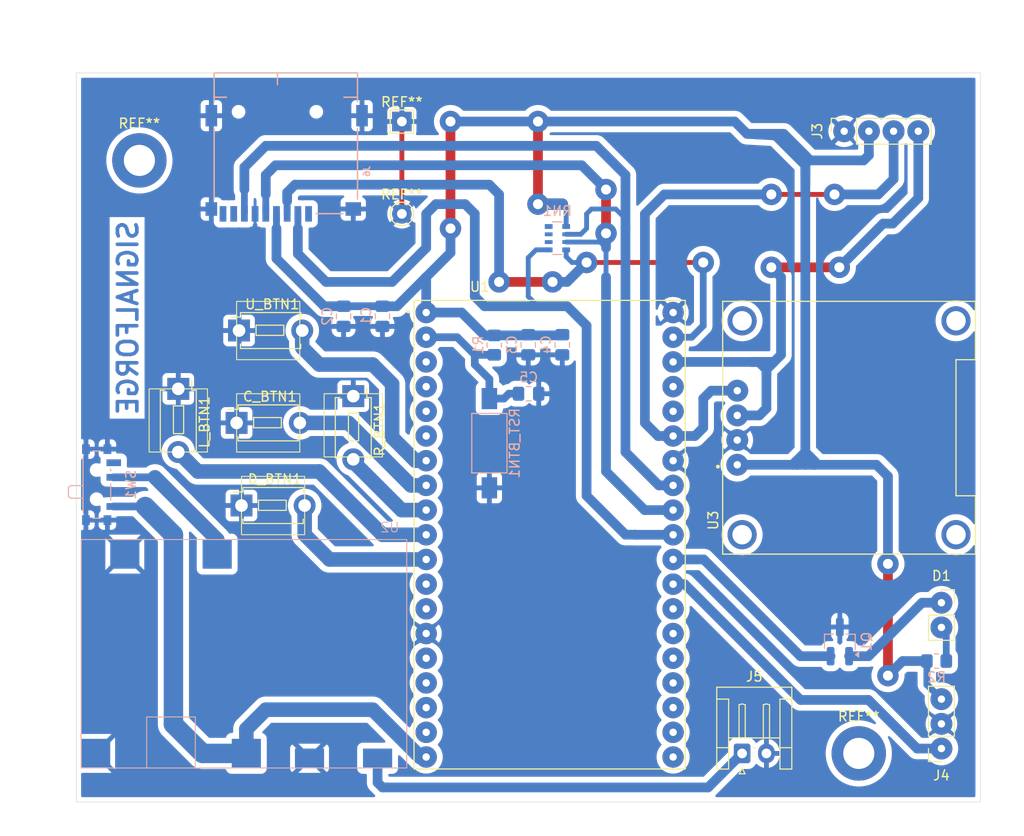
<source format=kicad_pcb>
(kicad_pcb (version 20240108) (generator "pcbnew") (generator_version "8.0")
  (layers (0 "F.Cu" signal) (31 "B.Cu" signal) (34 "B.Paste" user) (35 "F.Paste" user) (36 "B.SilkS" user "B.Silkscreen") (37 "F.SilkS" user "F.Silkscreen") (38 "B.Mask" user) (39 "F.Mask" user) (44 "Edge.Cuts" user))
  (net 0 "")
  (net 1 "GND")
  (net 2 "+3V3")
  (net 3 "/RESET")
  (net 4 "/C_BTN")
  (net 5 "Net-(D1-A)")
  (net 6 "Net-(D1-K)")
  (net 7 "/D_BTN")
  (net 8 "/HSPI_CS")
  (net 9 "/HSPI_CLK")
  (net 10 "/HSPI_MISO")
  (net 11 "/HSPI_MOSI")
  (net 12 "/IRQ")
  (net 13 "/RST")
  (net 14 "/SDA")
  (net 15 "/SCL")
  (net 16 "/IR_IN")
  (net 17 "+BATT")
  (net 19 "/VSPI_MOSI")
  (net 21 "/VSPI_MISO")
  (net 22 "/VSPI_CLK")
  (net 24 "/VSPI_CS")
  (net 25 "/L_BTN")
  (net 26 "/IR_OUT")
  (net 27 "/R_BTN")
  (net 28 "VCC")
  (net 29 "VBUS")
  (net 44 "/U_BTN")
  (footprint "Button_Switch_THT:SW_PUSH_1P1T_6x3.5mm_H5.0_APEM_MJTP1250" (layer "F.Cu") (at 184 86.5 -90)
    (property "Reference" "L_BTN1" (at 3.42 -2.7 90) (layer "F.SilkS"))
    (property "Value" "SW_Push")
    (pad "1" thru_hole rect (at 0 0) (size 2.25 2.25) (drill 1.3) (layers "*.Cu" "*.Mask") (net 1 "GND"))
    (pad "2" thru_hole circle (at 6.5 0) (size 2.25 2.25) (drill 1.3) (layers "*.Cu" "*.Mask") (net 25 "/L_BTN"))
  )
  (footprint "TestPoint:TestPoint_THTPad_2.0x2.0mm_Drill1.0mm" (layer "F.Cu") (at 207 59)
    (property "Reference" "REF**" (at 0 -1.998 0) (layer "F.SilkS"))
    (property "Value" "TestPoint_THTPad_2.0x2.0mm_Drill1.0mm")
    (pad "1" thru_hole rect (at 0 0) (size 2 2) (drill 1) (layers "*.Cu" "*.Mask") (net 1 "GND"))
  )
  (footprint "DM-OLED096-636:MODULE_DM-OLED096-636" (layer "F.Cu") (at 253 90.5 90)
    (property "Reference" "U3" (at -9.525 -13.97 90) (layer "F.SilkS"))
    (property "Value" "DM-OLED096-636")
    (pad "1" thru_hole circle (at -3.81 -11.5 90) (size 2.25 2.25) (drill 0.762) (layers "*.Cu" "*.Mask") (net 2 "+3V3"))
    (pad "2" thru_hole circle (at -1.27 -11.5 90) (size 2.25 2.25) (drill 0.762) (layers "*.Cu" "*.Mask") (net 1 "GND"))
    (pad "3" thru_hole circle (at 1.27 -11.5 90) (size 2.25 2.25) (drill 0.762) (layers "*.Cu" "*.Mask") (net 15 "/SCL"))
    (pad "4" thru_hole circle (at 3.81 -11.5 90) (size 2.25 2.25) (drill 0.762) (layers "*.Cu" "*.Mask") (net 14 "/SDA"))
    (pad "S1" thru_hole circle (at -11 -11 90) (size 3 3) (drill 2) (layers "*.Cu" "*.Mask"))
    (pad "S2" thru_hole circle (at 11 -11 90) (size 3 3) (drill 2) (layers "*.Cu" "*.Mask"))
    (pad "S3" thru_hole circle (at 11 11 90) (size 3 3) (drill 2) (layers "*.Cu" "*.Mask"))
    (pad "S4" thru_hole circle (at -11 11 90) (size 3 3) (drill 2) (layers "*.Cu" "*.Mask"))
  )
  (footprint "Button_Switch_THT:SW_PUSH_1P1T_6x3.5mm_H5.0_APEM_MJTP1250" (layer "F.Cu") (at 190 90)
    (property "Reference" "C_BTN1" (at 3.42 -2.7 0) (layer "F.SilkS"))
    (property "Value" "SW_Push")
    (pad "1" thru_hole rect (at 0 0 90) (size 2.25 2.25) (drill 1.3) (layers "*.Cu" "*.Mask") (net 1 "GND"))
    (pad "2" thru_hole circle (at 6.5 0 90) (size 2.25 2.25) (drill 1.3) (layers "*.Cu" "*.Mask") (net 4 "/C_BTN"))
  )
  (footprint "Button_Switch_THT:SW_PUSH_1P1T_6x3.5mm_H5.0_APEM_MJTP1250" (layer "F.Cu") (at 202 87.25 -90)
    (property "Reference" "R_BTN1" (at 3.42 -2.7 90) (layer "F.SilkS"))
    (property "Value" "SW_Push")
    (pad "1" thru_hole rect (at 0 0) (size 2.25 2.25) (drill 1.3) (layers "*.Cu" "*.Mask") (net 1 "GND"))
    (pad "2" thru_hole circle (at 6.5 0) (size 2.25 2.25) (drill 1.3) (layers "*.Cu" "*.Mask") (net 27 "/R_BTN"))
  )
  (footprint "Button_Switch_THT:SW_PUSH_1P1T_6x3.5mm_H5.0_APEM_MJTP1250" (layer "F.Cu") (at 190.5 98.5)
    (property "Reference" "D_BTN1" (at 3.42 -2.7 0) (layer "F.SilkS"))
    (property "Value" "SW_Push")
    (pad "1" thru_hole rect (at 0 0 90) (size 2.25 2.25) (drill 1.3) (layers "*.Cu" "*.Mask") (net 1 "GND"))
    (pad "2" thru_hole circle (at 6.5 0 90) (size 2.25 2.25) (drill 1.3) (layers "*.Cu" "*.Mask") (net 7 "/D_BTN"))
  )
  (footprint "Connector_JST:JST_EH_S2B-EH_1x02_P2.50mm_Horizontal" (layer "F.Cu") (at 242 124)
    (property "Reference" "J5" (at 1.25 -7.9 0) (layer "F.SilkS"))
    (property "Value" "BATTERY")
    (pad "1" thru_hole roundrect (at 0 0) (size 1.7 2) (drill 1) (layers "*.Cu" "*.Mask") (roundrect_rratio 0.147059) (net 17 "+BATT"))
    (pad "2" thru_hole oval (at 2.5 0) (size 1.7 2) (drill 1) (layers "*.Cu" "*.Mask") (net 1 "GND"))
  )
  (footprint "ESP32-DEVKITC-32U:MODULE_ESP32-DEVKITC-32U" (layer "F.Cu") (at 222.2 101.5)
    (property "Reference" "U1" (at -7.2 -25.5 0) (layer "F.SilkS"))
    (property "Value" "ESP32-DEVKITC-32U")
    (pad "1" thru_hole circle (at -12.7 -22.85) (size 2.2 2.2) (drill 0.762) (layers "*.Cu" "*.Mask") (net 2 "+3V3"))
    (pad "2" thru_hole circle (at -12.7 -20.31) (size 2.2 2.2) (drill 0.762) (layers "*.Cu" "*.Mask") (net 3 "/RESET"))
    (pad "3" thru_hole circle (at -12.7 -17.77) (size 2.2 2.2) (drill 0.762) (layers "*.Cu" "*.Mask"))
    (pad "4" thru_hole circle (at -12.7 -15.23) (size 2.2 2.2) (drill 0.762) (layers "*.Cu" "*.Mask"))
    (pad "5" thru_hole circle (at -12.7 -12.69) (size 2.2 2.2) (drill 0.762) (layers "*.Cu" "*.Mask"))
    (pad "6" thru_hole circle (at -12.7 -10.15) (size 2.2 2.2) (drill 0.762) (layers "*.Cu" "*.Mask"))
    (pad "7" thru_hole circle (at -12.7 -7.61) (size 2.2 2.2) (drill 0.762) (layers "*.Cu" "*.Mask") (net 44 "/U_BTN"))
    (pad "8" thru_hole circle (at -12.7 -5.07) (size 2.2 2.2) (drill 0.762) (layers "*.Cu" "*.Mask") (net 4 "/C_BTN"))
    (pad "9" thru_hole circle (at -12.7 -2.53) (size 2.2 2.2) (drill 0.762) (layers "*.Cu" "*.Mask") (net 27 "/R_BTN"))
    (pad "10" thru_hole circle (at -12.7 0.01) (size 2.2 2.2) (drill 0.762) (layers "*.Cu" "*.Mask") (net 25 "/L_BTN"))
    (pad "11" thru_hole circle (at -12.7 2.55) (size 2.2 2.2) (drill 0.762) (layers "*.Cu" "*.Mask") (net 7 "/D_BTN"))
    (pad "12" thru_hole circle (at -12.7 5.09) (size 2.2 2.2) (drill 0.762) (layers "*.Cu" "*.Mask") (net 9 "/HSPI_CLK"))
    (pad "13" thru_hole circle (at -12.7 7.63) (size 2.2 2.2) (drill 0.762) (layers "*.Cu" "*.Mask") (net 10 "/HSPI_MISO"))
    (pad "14" thru_hole circle (at -12.7 10.17) (size 2.2 2.2) (drill 0.762) (layers "*.Cu" "*.Mask") (net 1 "GND"))
    (pad "15" thru_hole circle (at -12.7 12.71) (size 2.2 2.2) (drill 0.762) (layers "*.Cu" "*.Mask") (net 11 "/HSPI_MOSI"))
    (pad "16" thru_hole circle (at -12.7 15.25) (size 2.2 2.2) (drill 0.762) (layers "*.Cu" "*.Mask"))
    (pad "17" thru_hole circle (at -12.7 17.79) (size 2.2 2.2) (drill 0.762) (layers "*.Cu" "*.Mask"))
    (pad "18" thru_hole circle (at -12.7 20.33) (size 2.2 2.2) (drill 0.762) (layers "*.Cu" "*.Mask"))
    (pad "19" thru_hole circle (at -12.7 22.87) (size 2.2 2.2) (drill 0.762) (layers "*.Cu" "*.Mask") (net 28 "VCC"))
    (pad "20" thru_hole circle (at 12.7 22.87) (size 2.2 2.2) (drill 0.762) (layers "*.Cu" "*.Mask"))
    (pad "21" thru_hole circle (at 12.7 20.33) (size 2.2 2.2) (drill 0.762) (layers "*.Cu" "*.Mask"))
    (pad "22" thru_hole circle (at 12.7 17.79) (size 2.2 2.2) (drill 0.762) (layers "*.Cu" "*.Mask"))
    (pad "23" thru_hole circle (at 12.7 15.25) (size 2.2 2.2) (drill 0.762) (layers "*.Cu" "*.Mask") (net 8 "/HSPI_CS"))
    (pad "24" thru_hole circle (at 12.7 12.71) (size 2.2 2.2) (drill 0.762) (layers "*.Cu" "*.Mask"))
    (pad "25" thru_hole circle (at 12.7 10.17) (size 2.2 2.2) (drill 0.762) (layers "*.Cu" "*.Mask") (net 13 "/RST"))
    (pad "26" thru_hole circle (at 12.7 7.63) (size 2.2 2.2) (drill 0.762) (layers "*.Cu" "*.Mask") (net 12 "/IRQ"))
    (pad "27" thru_hole circle (at 12.7 5.09) (size 2.2 2.2) (drill 0.762) (layers "*.Cu" "*.Mask") (net 16 "/IR_IN"))
    (pad "28" thru_hole circle (at 12.7 2.55) (size 2.2 2.2) (drill 0.762) (layers "*.Cu" "*.Mask") (net 26 "/IR_OUT"))
    (pad "29" thru_hole circle (at 12.7 0.01) (size 2.2 2.2) (drill 0.762) (layers "*.Cu" "*.Mask") (net 24 "/VSPI_CS"))
    (pad "30" thru_hole circle (at 12.7 -2.53) (size 2.2 2.2) (drill 0.762) (layers "*.Cu" "*.Mask") (net 22 "/VSPI_CLK"))
    (pad "31" thru_hole circle (at 12.7 -5.07) (size 2.2 2.2) (drill 0.762) (layers "*.Cu" "*.Mask") (net 21 "/VSPI_MISO"))
    (pad "32" thru_hole circle (at 12.7 -7.61) (size 2.2 2.2) (drill 0.762) (layers "*.Cu" "*.Mask") (net 1 "GND"))
    (pad "33" thru_hole circle (at 12.7 -10.15) (size 2.2 2.2) (drill 0.762) (layers "*.Cu" "*.Mask") (net 14 "/SDA"))
    (pad "34" thru_hole circle (at 12.7 -12.69) (size 2.2 2.2) (drill 0.762) (layers "*.Cu" "*.Mask"))
    (pad "35" thru_hole circle (at 12.7 -15.23) (size 2.2 2.2) (drill 0.762) (layers "*.Cu" "*.Mask"))
    (pad "36" thru_hole circle (at 12.7 -17.77) (size 2.2 2.2) (drill 0.762) (layers "*.Cu" "*.Mask") (net 15 "/SCL"))
    (pad "37" thru_hole circle (at 12.7 -20.31) (size 2.2 2.2) (drill 0.762) (layers "*.Cu" "*.Mask") (net 19 "/VSPI_MOSI"))
    (pad "38" thru_hole circle (at 12.7 -22.85) (size 2.2 2.2) (drill 0.762) (layers "*.Cu" "*.Mask") (net 1 "GND"))
  )
  (footprint "TestPoint:TestPoint_THTPad_D2.0mm_Drill1.0mm" (layer "F.Cu") (at 207 68.5)
    (property "Reference" "REF**" (at 0 -1.998 0) (layer "F.SilkS"))
    (property "Value" "TestPoint_THTPad_D2.0mm_Drill1.0mm")
    (pad "1" thru_hole circle (at 0 0) (size 2 2) (drill 1) (layers "*.Cu" "*.Mask") (net 1 "GND"))
  )
  (footprint "MountingHole:MountingHole_3.2mm_M3_DIN965_Pad" (layer "F.Cu") (at 180 63)
    (property "Reference" "REF**" (at 0 -3.8 0) (layer "F.SilkS"))
    (property "Value" "MountingHole_3.2mm_M3_DIN965_Pad")
    (pad "1" thru_hole circle (at 0 0) (size 5.6 5.6) (drill 3.2) (layers "*.Cu" "*.Mask"))
  )
  (footprint "Connector_PinSocket_2.54mm:PinSocket_1x02_P2.54mm_Vertical" (layer "F.Cu") (at 262.5 108.5)
    (property "Reference" "D1" (at 0 -2.77 0) (layer "F.SilkS"))
    (property "Value" "IR_TX")
    (pad "1" thru_hole circle (at 0 0) (size 2.25 2.25) (drill 0.762) (layers "*.Cu" "*.Mask") (net 6 "Net-(D1-K)"))
    (pad "2" thru_hole circle (at 0 2.54) (size 2.25 2.25) (drill 0.762) (layers "*.Cu" "*.Mask") (net 5 "Net-(D1-A)"))
  )
  (footprint "MountingHole:MountingHole_3.2mm_M3_DIN965_Pad" (layer "F.Cu") (at 254 124)
    (property "Reference" "REF**" (at 0 -3.8 0) (layer "F.SilkS"))
    (property "Value" "MountingHole_3.2mm_M3_DIN965_Pad")
    (pad "1" thru_hole circle (at 0 0) (size 5.6 5.6) (drill 3.2) (layers "*.Cu" "*.Mask"))
  )
  (footprint "Connector_PinSocket_2.54mm:PinSocket_1x03_P2.54mm_Vertical" (layer "F.Cu") (at 262.5 123.5 180)
    (property "Reference" "J4" (at 0 -2.77 0) (layer "F.SilkS"))
    (property "Value" "Conn_01x03_Socket")
    (pad "1" thru_hole circle (at 0 0 180) (size 2.25 2.25) (drill 0.762) (layers "*.Cu" "*.Mask") (net 16 "/IR_IN"))
    (pad "2" thru_hole circle (at 0 2.54 180) (size 2.25 2.25) (drill 0.762) (layers "*.Cu" "*.Mask") (net 1 "GND"))
    (pad "3" thru_hole circle (at 0 5.08 180) (size 2.25 2.25) (drill 0.762) (layers "*.Cu" "*.Mask") (net 2 "+3V3"))
  )
  (footprint "Connector_PinSocket_2.54mm:PinSocket_1x04_P2.54mm_Vertical" (layer "F.Cu") (at 252.5 60 90)
    (property "Reference" "J3" (at 0 -2.77 90) (layer "F.SilkS"))
    (property "Value" "I2C_PINOUT")
    (pad "1" thru_hole circle (at 0 0 90) (size 2.25 2.25) (drill 0.762) (layers "*.Cu" "*.Mask") (net 1 "GND"))
    (pad "2" thru_hole circle (at 0 2.54 90) (size 2.25 2.25) (drill 0.762) (layers "*.Cu" "*.Mask") (net 2 "+3V3"))
    (pad "3" thru_hole circle (at 0 5.08 90) (size 2.25 2.25) (drill 0.762) (layers "*.Cu" "*.Mask") (net 14 "/SDA"))
    (pad "4" thru_hole circle (at 0 7.62 90) (size 2.25 2.25) (drill 0.762) (layers "*.Cu" "*.Mask") (net 15 "/SCL"))
  )
  (footprint "Button_Switch_THT:SW_PUSH_1P1T_6x3.5mm_H5.0_APEM_MJTP1250" (layer "F.Cu") (at 190.25 80.5)
    (property "Reference" "U_BTN1" (at 3.42 -2.7 0) (layer "F.SilkS"))
    (property "Value" "SW_Push")
    (pad "1" thru_hole rect (at 0 0 90) (size 2.25 2.25) (drill 1.3) (layers "*.Cu" "*.Mask") (net 1 "GND"))
    (pad "2" thru_hole circle (at 6.5 0 90) (size 2.25 2.25) (drill 1.3) (layers "*.Cu" "*.Mask") (net 44 "/U_BTN"))
  )
  (footprint "Community:J_SD_Card-micro_socket_A" (layer "B.Cu") (at 194.184968 61.478145 180)
    (property "Reference" "J6" (at -9.201432 -2.644855 90) (layer "B.SilkS") (effects (font (size 0.64 0.64)) (justify mirror)))
    (property "Value" "Micro_SD_Card_Det1" (hide yes))
    (pad "" np_thru_hole circle (at -4.015032 3.478145 180) (size 0.9 0.9) (drill 0.9) (layers "*.Cu" "*.Mask"))
    (pad "" np_thru_hole circle (at 3.984968 3.478145 180) (size 0.9 0.9) (drill 0.9) (layers "*.Cu" "*.Mask"))
    (pad "1" smd rect (at -3.215032 -7.021855 180) (size 0.7 1.6) (layers "B.Cu" "B.Paste" "B.Mask"))
    (pad "2" smd rect (at -2.115032 -7.021855 180) (size 0.7 1.6) (layers "B.Cu" "B.Paste" "B.Mask") (net 24 "/VSPI_CS"))
    (pad "3" smd rect (at -1.015032 -7.021855 180) (size 0.7 1.6) (layers "B.Cu" "B.Paste" "B.Mask") (net 19 "/VSPI_MOSI"))
    (pad "4" smd rect (at 0.084968 -7.021855 180) (size 0.7 1.6) (layers "B.Cu" "B.Paste" "B.Mask") (net 2 "+3V3"))
    (pad "5" smd rect (at 1.184968 -7.021855 180) (size 0.7 1.6) (layers "B.Cu" "B.Paste" "B.Mask") (net 22 "/VSPI_CLK"))
    (pad "6" smd rect (at 2.284968 -7.021855 180) (size 0.7 1.6) (layers "B.Cu" "B.Paste" "B.Mask") (net 1 "GND"))
    (pad "7" smd rect (at 3.384968 -7.021855 180) (size 0.7 1.6) (layers "B.Cu" "B.Paste" "B.Mask") (net 21 "/VSPI_MISO"))
    (pad "8" smd rect (at 4.484968 -7.021855 180) (size 0.7 1.6) (layers "B.Cu" "B.Paste" "B.Mask"))
    (pad "9" smd rect (at 5.584968 -7.021855 180) (size 0.7 1.6) (layers "B.Cu" "B.Paste" "B.Mask"))
    (pad "10" smd rect (at -8.715032 3.078145 180) (size 1.2 2.2) (layers "B.Cu" "B.Paste" "B.Mask") (net 1 "GND"))
    (pad "10" smd rect (at -7.815032 -6.521855 180) (size 1.6 1.4) (layers "B.Cu" "B.Paste" "B.Mask") (net 1 "GND"))
    (pad "10" smd rect (at 6.784968 -6.521855 180) (size 1.2 1.4) (layers "B.Cu" "B.Paste" "B.Mask") (net 1 "GND"))
    (pad "10" smd rect (at 6.784968 3.078145 180) (size 1.2 2.2) (layers "B.Cu" "B.Paste" "B.Mask") (net 1 "GND"))
  )
  (footprint "Capacitor_SMD:C_0805_2012Metric_Pad1.18x1.45mm_HandSolder" (layer "B.Cu") (at 201 79.0375 -90)
    (property "Reference" "C2" (at 0 1.68 90) (layer "B.SilkS") (effects (justify mirror)))
    (property "Value" "0.1uF")
    (pad "1" smd roundrect (at -1.0375 0 270) (size 1.175 1.45) (layers "B.Cu" "B.Paste" "B.Mask") (roundrect_rratio 0.212766) (net 2 "+3V3"))
    (pad "2" smd roundrect (at 1.0375 0 270) (size 1.175 1.45) (layers "B.Cu" "B.Paste" "B.Mask") (roundrect_rratio 0.212766) (net 1 "GND"))
  )
  (footprint "Capacitor_SMD:C_0805_2012Metric_Pad1.18x1.45mm_HandSolder" (layer "B.Cu") (at 223.5 81.9625 -90)
    (property "Reference" "C4" (at 0 1.68 90) (layer "B.SilkS") (effects (justify mirror)))
    (property "Value" "10uF")
    (pad "1" smd roundrect (at -1.0375 0 270) (size 1.175 1.45) (layers "B.Cu" "B.Paste" "B.Mask") (roundrect_rratio 0.212766) (net 2 "+3V3"))
    (pad "2" smd roundrect (at 1.0375 0 270) (size 1.175 1.45) (layers "B.Cu" "B.Paste" "B.Mask") (roundrect_rratio 0.212766) (net 1 "GND"))
  )
  (footprint "Resistor_SMD:R_0805_2012Metric_Pad1.20x1.40mm_HandSolder" (layer "B.Cu") (at 262 114.5)
    (property "Reference" "R2" (at 0 1.65 0) (layer "B.SilkS") (effects (justify mirror)))
    (property "Value" "1k")
    (pad "1" smd roundrect (at -1 0) (size 1.2 1.4) (layers "B.Cu" "B.Paste" "B.Mask") (roundrect_rratio 0.208333) (net 2 "+3V3"))
    (pad "2" smd roundrect (at 1 0) (size 1.2 1.4) (layers "B.Cu" "B.Paste" "B.Mask") (roundrect_rratio 0.208333) (net 5 "Net-(D1-A)"))
  )
  (footprint "Capacitor_SMD:C_0805_2012Metric_Pad1.18x1.45mm_HandSolder" (layer "B.Cu") (at 220.0375 87 180)
    (property "Reference" "C5" (at 0 1.68 0) (layer "B.SilkS") (effects (justify mirror)))
    (property "Value" "0.1uF")
    (pad "1" smd roundrect (at -1.0375 0 180) (size 1.175 1.45) (layers "B.Cu" "B.Paste" "B.Mask") (roundrect_rratio 0.212766) (net 1 "GND"))
    (pad "2" smd roundrect (at 1.0375 0 180) (size 1.175 1.45) (layers "B.Cu" "B.Paste" "B.Mask") (roundrect_rratio 0.212766) (net 3 "/RESET"))
  )
  (footprint "Resistor_SMD:R_Array_Convex_4x0603" (layer "B.Cu") (at 223 71 180)
    (property "Reference" "RN1" (at 0 2.8 0) (layer "B.SilkS") (effects (justify mirror)))
    (property "Value" "20k")
    (pad "1" smd rect (at -0.9 1.2 180) (size 0.8 0.5) (layers "B.Cu" "B.Paste" "B.Mask") (net 2 "+3V3"))
    (pad "2" smd rect (at -0.9 0.4 180) (size 0.8 0.4) (layers "B.Cu" "B.Paste" "B.Mask") (net 21 "/VSPI_MISO"))
    (pad "3" smd rect (at -0.9 -0.4 180) (size 0.8 0.4) (layers "B.Cu" "B.Paste" "B.Mask") (net 22 "/VSPI_CLK"))
    (pad "4" smd rect (at -0.9 -1.2 180) (size 0.8 0.5) (layers "B.Cu" "B.Paste" "B.Mask") (net 19 "/VSPI_MOSI"))
    (pad "5" smd rect (at 0.9 -1.2 180) (size 0.8 0.5) (layers "B.Cu" "B.Paste" "B.Mask") (net 24 "/VSPI_CS"))
    (pad "6" smd rect (at 0.9 -0.4 180) (size 0.8 0.4) (layers "B.Cu" "B.Paste" "B.Mask"))
    (pad "7" smd rect (at 0.9 0.4 180) (size 0.8 0.4) (layers "B.Cu" "B.Paste" "B.Mask"))
    (pad "8" smd rect (at 0.9 1.2 180) (size 0.8 0.5) (layers "B.Cu" "B.Paste" "B.Mask"))
  )
  (footprint "Resistor_SMD:R_0805_2012Metric_Pad1.20x1.40mm_HandSolder" (layer "B.Cu") (at 216.5 82 -90)
    (property "Reference" "R1" (at 0 1.65 90) (layer "B.SilkS") (effects (justify mirror)))
    (property "Value" "1k")
    (pad "1" smd roundrect (at -1 0 270) (size 1.2 1.4) (layers "B.Cu" "B.Paste" "B.Mask") (roundrect_rratio 0.208333) (net 2 "+3V3"))
    (pad "2" smd roundrect (at 1 0 270) (size 1.2 1.4) (layers "B.Cu" "B.Paste" "B.Mask") (roundrect_rratio 0.208333) (net 3 "/RESET"))
  )
  (footprint "Button_Switch_SMD:SW_SPDT_PCM12" (layer "B.Cu") (at 175.93 96.35 90)
    (property "Reference" "SW1" (at 0 3.2 90) (layer "B.SilkS") (effects (justify mirror)))
    (property "Value" "SW_SPDT")
    (pad "" smd rect (at -3.65 -1.43 90) (size 1 0.8) (layers "B.Cu" "B.Paste" "B.Mask") (net 1 "GND"))
    (pad "" smd rect (at -3.65 0.78 90) (size 1 0.8) (layers "B.Cu" "B.Paste" "B.Mask") (net 1 "GND"))
    (pad "" np_thru_hole circle (at -1.5 -0.33 90) (size 0.9 0.9) (drill 0.9) (layers "*.Cu" "*.Mask"))
    (pad "" np_thru_hole circle (at 1.5 -0.33 90) (size 0.9 0.9) (drill 0.9) (layers "*.Cu" "*.Mask"))
    (pad "" smd rect (at 3.65 -1.43 90) (size 1 0.8) (layers "B.Cu" "B.Paste" "B.Mask") (net 1 "GND"))
    (pad "" smd rect (at 3.65 0.78 90) (size 1 0.8) (layers "B.Cu" "B.Paste" "B.Mask") (net 1 "GND"))
    (pad "1" smd rect (at -2.25 1.43 90) (size 0.7 1.5) (layers "B.Cu" "B.Paste" "B.Mask") (net 28 "VCC"))
    (pad "2" smd rect (at 0.75 1.43 90) (size 0.7 1.5) (layers "B.Cu" "B.Paste" "B.Mask") (net 29 "VBUS"))
    (pad "3" smd rect (at 2.25 1.43 90) (size 0.7 1.5) (layers "B.Cu" "B.Paste" "B.Mask"))
  )
  (footprint "USB_Charger_Buck_Boost:USB_Charger_Buck_Boost" (layer "B.Cu") (at 190.75 113.75 180)
    (property "Reference" "U2" (at -15 13 0) (layer "B.SilkS") (effects (font (thickness 0.1)) (justify mirror)))
    (property "Value" "USB_CHARGER_BOOST")
    (pad "1" smd rect (at -0.25 -10.25 180) (size 3 3) (layers "B.Cu" "B.Paste" "B.Mask") (net 28 "VCC"))
    (pad "2" smd rect (at 15.25 -10.25 180) (size 3 3) (layers "B.Cu" "B.Paste" "B.Mask") (net 1 "GND"))
    (pad "3" smd rect (at -13.75 -10.75 180) (size 3 2) (layers "B.Cu" "B.Paste" "B.Mask") (net 17 "+BATT"))
    (pad "4" smd rect (at -6.75 -10.75 180) (size 3 2) (layers "B.Cu" "B.Paste" "B.Mask") (net 1 "GND"))
    (pad "5" smd rect (at 2.75 10.25 180) (size 3 3) (layers "B.Cu" "B.Paste" "B.Mask") (net 29 "VBUS"))
    (pad "6" smd rect (at 12.25 10.25 180) (size 3 3) (layers "B.Cu" "B.Paste" "B.Mask") (net 1 "GND"))
  )
  (footprint "Capacitor_SMD:C_0805_2012Metric_Pad1.18x1.45mm_HandSolder" (layer "B.Cu") (at 220 81.9625 -90)
    (property "Reference" "C3" (at 0 1.68 90) (layer "B.SilkS") (effects (justify mirror)))
    (property "Value" "0.1uF")
    (pad "1" smd roundrect (at -1.0375 0 270) (size 1.175 1.45) (layers "B.Cu" "B.Paste" "B.Mask") (roundrect_rratio 0.212766) (net 2 "+3V3"))
    (pad "2" smd roundrect (at 1.0375 0 270) (size 1.175 1.45) (layers "B.Cu" "B.Paste" "B.Mask") (roundrect_rratio 0.212766) (net 1 "GND"))
  )
  (footprint "Capacitor_SMD:C_0805_2012Metric_Pad1.18x1.45mm_HandSolder" (layer "B.Cu") (at 205 79.0375 -90)
    (property "Reference" "C1" (at 0 1.68 90) (layer "B.SilkS") (effects (justify mirror)))
    (property "Value" "10uF")
    (pad "1" smd roundrect (at -1.0375 0 270) (size 1.175 1.45) (layers "B.Cu" "B.Paste" "B.Mask") (roundrect_rratio 0.212766) (net 2 "+3V3"))
    (pad "2" smd roundrect (at 1.0375 0 270) (size 1.175 1.45) (layers "B.Cu" "B.Paste" "B.Mask") (roundrect_rratio 0.212766) (net 1 "GND"))
  )
  (footprint "Package_TO_SOT_SMD:SOT-23_Handsoldering" (layer "B.Cu") (at 252.05 112.5 90)
    (property "Reference" "Q1" (at 0 2.75 90) (layer "B.SilkS") (effects (justify mirror)))
    (property "Value" "NPN")
    (pad "1" smd roundrect (at -1.5 0.95 90) (size 1.9 0.8) (layers "B.Cu" "B.Paste" "B.Mask") (net 6 "Net-(D1-K)"))
    (pad "2" smd roundrect (at -1.5 -0.95 90) (size 1.9 0.8) (layers "B.Cu" "B.Paste" "B.Mask") (net 26 "/IR_OUT"))
    (pad "3" smd roundrect (at 1.5 0 90) (size 1.9 0.8) (layers "B.Cu" "B.Paste" "B.Mask") (net 1 "GND"))
  )
  (footprint "Button_Switch_SMD:SW_SPST_FSMSM" (layer "B.Cu") (at 216 92.09 90)
    (property "Reference" "RST_BTN1" (at 0 2.6 90) (layer "B.SilkS") (effects (justify mirror)))
    (property "Value" "SW_Push")
    (pad "1" smd rect (at -4.59 0 90) (size 2.18 1.6) (layers "B.Cu" "B.Paste" "B.Mask") (net 1 "GND"))
    (pad "2" smd rect (at 4.59 0 90) (size 2.18 1.6) (layers "B.Cu" "B.Paste" "B.Mask") (net 3 "/RESET"))
  )
  (gr_rect (start 190.5 95.5) (end 197 101.5) (stroke (width 0.1)) (fill none) (layer "F.SilkS"))
  (gr_rect (start 181 86.5) (end 187 93) (stroke (width 0.1)) (fill none) (layer "F.SilkS"))
  (gr_rect (start 190 77.5) (end 196.5 83.5) (stroke (width 0.1)) (fill none) (layer "F.SilkS"))
  (gr_rect (start 199 87) (end 205 93.5) (stroke (width 0.1)) (fill none) (layer "F.SilkS"))
  (gr_rect (start 190 87) (end 196.5 93) (stroke (width 0.1)) (fill none) (layer "F.SilkS"))
  (gr_rect (start 173.5 54) (end 266.5 129) (stroke (width 0.05)) (fill none) (layer "Edge.Cuts"))
  (gr_text "SIGNALFORGE" (at 180 69 90) (layer "B.Cu") (effects (font (size 2 2) (thickness 0.375) (bold yes)) (justify left bottom mirror)))
  (segment (start 207 59) (end 207 68.5) (width 0.5) (layer "F.Cu") (net 1))
  (segment (start 212 70) (end 212 59) (width 1) (layer "F.Cu") (net 2))
  (segment (start 257 116) (end 257 104.5) (width 1) (layer "F.Cu") (net 2))
  (segment (start 221 59) (end 221 67.5) (width 1) (layer "F.Cu") (net 2))
  (via (at 212 59) (size 2.2) (drill 1.03) (layers "F.Cu" "B.Cu") (net 2))
  (via (at 212 70) (size 2.2) (drill 1.03) (layers "F.Cu" "B.Cu") (net 2))
  (via (at 257 116) (size 2.2) (drill 1.03) (layers "F.Cu" "B.Cu") (net 2))
  (via (at 221 59) (size 2.2) (drill 1.03) (layers "F.Cu" "B.Cu") (net 2))
  (via (at 257 104.5) (size 2.2) (drill 1.03) (layers "F.Cu" "B.Cu") (net 2))
  (via (at 221 67.5) (size 2.2) (drill 1.03) (layers "F.Cu" "B.Cu") (net 2))
  (segment (start 247.5 94.31) (end 247.69 94.31) (width 1) (layer "B.Cu") (net 2))
  (segment (start 245.5 60.5) (end 248.5 63.5) (width 1) (layer "B.Cu") (net 2))
  (segment (start 255.81 94.31) (end 249.5 94.31) (width 1) (layer "B.Cu") (net 2))
  (segment (start 194.1 73.1) (end 199 78) (width 1) (layer "B.Cu") (net 2))
  (segment (start 201 78) (end 205 78) (width 0.8) (layer "B.Cu") (net 2))
  (segment (start 247.5 94) (end 247.19 94.31) (width 1) (layer "B.Cu") (net 2))
  (segment (start 249 93.5) (end 248.5 93) (width 1) (layer "B.Cu") (net 2))
  (segment (start 243.5 60.323529) (end 245.5 60.441176) (width 1) (layer "B.Cu") (net 2))
  (segment (start 242.5 60.264705) (end 243.5 60.323529) (width 1) (layer "B.Cu") (net 2))
  (segment (start 212 72.5) (end 209.5 75) (width 1) (layer "B.Cu") (net 2))
  (segment (start 246.5 60.5) (end 248.5 62.5) (width 1) (layer "B.Cu") (net 2))
  (segment (start 249 93.5) (end 249 93.81) (width 1) (layer "B.Cu") (net 2))
  (segment (start 242.5 60.264705) (end 246.264705 60.264705) (width 1) (layer "B.Cu") (net 2))
  (segment (start 248.5 65.5) (end 248.5 93) (width 1) (layer "B.Cu") (net 2))
  (segment (start 245.5 60.441176) (end 245.5 60.5) (width 1) (layer "B.Cu") (net 2))
  (segment (start 248.5 62.5) (end 248.5 65.5) (width 1) (layer "B.Cu") (net 2))
  (segment (start 241.235295 59) (end 242.5 60.264705) (width 1) (layer "B.Cu") (net 2))
  (segment (start 246.323529 60.323529) (end 248.5 62.5) (width 1) (layer "B.Cu") (net 2))
  (segment (start 247.5 94.31) (end 247.19 94.31) (width 1) (layer "B.Cu") (net 2))
  (segment (start 248.5 94) (end 248.5 93.5) (width 1) (layer "B.Cu") (net 2))
  (segment (start 248.5 93) (end 247.5 94) (width 1) (layer "B.Cu") (net 2))
  (segment (start 261 116.92) (end 262.5 118.42) (width 0.7) (layer "B.Cu") (net 2))
  (segment (start 194.1 70) (end 194.1 73.1) (width 1) (layer "B.Cu") (net 2))
  (segment (start 248.5 94) (end 247.5 94) (width 1) (layer "B.Cu") (net 2))
  (segment (start 209.5 78.65) (end 209.5 75) (width 1) (layer "B.Cu") (net 2))
  (segment (start 249 63) (end 248.5 62.5) (width 1) (layer "B.Cu") (net 2))
  (segment (start 206.5 78) (end 209.5 75) (width 1) (layer "B.Cu") (net 2))
  (segment (start 248.5 94.31) (end 247.5 94.31) (width 1) (layer "B.Cu") (net 2))
  (segment (start 258.5 114.5) (end 257 116) (width 1) (layer "B.Cu") (net 2))
  (segment (start 246.5 60.5) (end 246.5 61) (width 1) (layer "B.Cu") (net 2))
  (segment (start 247.19 94.31) (end 241.5 94.31) (width 1) (layer "B.Cu") (net 2))
  (segment (start 249 93.81) (end 248.5 94.31) (width 1) (layer "B.Cu") (net 2))
  (segment (start 261 114.5) (end 258.5 114.5) (width 1) (layer "B.Cu") (net 2))
  (segment (start 205 78) (end 206.5 78) (width 1) (layer "B.Cu") (net 2))
  (segment (start 212 70) (end 212 72.5) (width 1) (layer "B.Cu") (net 2))
  (segment (start 257 95.5) (end 255.81 94.31) (width 1) (layer "B.Cu") (net 2))
  (segment (start 248.5 63.5) (end 248.5 64.5) (width 1) (layer "B.Cu") (net 2))
  (segment (start 223.425 81) (end 223.5 80.925) (width 0.7) (layer "B.Cu") (net 2))
  (segment (start 255.04 60) (end 255.04 62.46) (width 1) (layer "B.Cu") (net 2))
  (segment (start 221 59) (end 241.235295 59) (width 1) (layer "B.Cu") (net 2))
  (segment (start 248.5 64.5) (end 248.5 65.5) (width 1) (layer "B.Cu") (net 2))
  (segment (start 246.264705 60.264705) (end 248.5 62.5) (width 1) (layer "B.Cu") (net 2))
  (segment (start 248.5 62.5) (end 248.5 64.5) (width 1) (layer "B.Cu") (net 2))
  (segment (start 248.5 93.5) (end 249.31 94.31) (width 1) (layer "B.Cu") (net 2))
  (segment (start 246.5 61) (end 248.5 63) (width 1) (layer "B.Cu") (net 2))
  (segment (start 216.5 81) (end 223.425 81) (width 1) (layer "B.Cu") (net 2))
  (segment (start 249.31 94.31) (end 249.5 94.31) (width 1) (layer "B.Cu") (net 2))
  (segment (start 199 78) (end 201 78) (width 1) (layer "B.Cu") (net 2))
  (segment (start 215.5 81) (end 216.5 81) (width 1) (layer "B.Cu") (net 2))
  (segment (start 223.5 67.5) (end 221 67.5) (width 1.2) (layer "B.Cu") (net 2))
  (segment (start 249 63) (end 248.5 63) (width 1) (layer "B.Cu") (net 2))
  (segment (start 248.5 63) (end 248.5 63.5) (width 1) (layer "B.Cu") (net 2))
  (segment (start 249.5 94) (end 249 93.5) (width 1) (layer "B.Cu") (net 2))
  (segment (start 223.9 67.9) (end 223.5 67.5) (width 0.5) (layer "B.Cu") (net 2))
  (segment (start 261 114.5) (end 261 116.92) (width 0.7) (layer "B.Cu") (net 2))
  (segment (start 254.5 63) (end 249 63) (width 1) (layer "B.Cu") (net 2))
  (segment (start 223.9 69.8) (end 223.9 67.9) (width 0.5) (layer "B.Cu") (net 2))
  (segment (start 255.04 62.46) (end 254.5 63) (width 1) (layer "B.Cu") (net 2))
  (segment (start 257 104.5) (end 257 95.5) (width 1) (layer "B.Cu") (net 2))
  (segment (start 245.5 60.441176) (end 246.5 60.5) (width 1) (layer "B.Cu") (net 2))
  (segment (start 248.5 94.31) (end 248.5 94) (width 1) (layer "B.Cu") (net 2))
  (segment (start 248.5 62.5) (end 248.5 63) (width 1) (layer "B.Cu") (net 2))
  (segment (start 247.69 94.31) (end 248.5 93.5) (width 1) (layer "B.Cu") (net 2))
  (segment (start 209.5 78.65) (end 213.15 78.65) (width 1) (layer "B.Cu") (net 2))
  (segment (start 212 59) (end 221 59) (width 1) (layer "B.Cu") (net 2))
  (segment (start 249.5 94.31) (end 248.5 94.31) (width 1) (layer "B.Cu") (net 2))
  (segment (start 249.5 94.31) (end 249.5 94) (width 1) (layer "B.Cu") (net 2))
  (segment (start 213.15 78.65) (end 215.5 81) (width 1) (layer "B.Cu") (net 2))
  (segment (start 248.5 93.5) (end 248.5 93) (width 1) (layer "B.Cu") (net 2))
  (segment (start 243.5 60.323529) (end 246.323529 60.323529) (width 1) (layer "B.Cu") (net 2))
  (segment (start 194.1 70) (end 194.1 68.5) (width 0.7) (layer "B.Cu") (net 2))
  (segment (start 214.5 84) (end 216 85.5) (width 0.8) (layer "B.Cu") (net 3))
  (segment (start 216.5 83) (end 214.5 83) (width 0.8) (layer "B.Cu") (net 3))
  (segment (start 212.69 81.19) (end 209.5 81.19) (width 0.8) (layer "B.Cu") (net 3))
  (segment (start 216 85.5) (end 216 87.5) (width 0.8) (layer "B.Cu") (net 3))
  (segment (start 219 87) (end 218 87) (width 0.8) (layer "B.Cu") (net 3))
  (segment (start 218 87) (end 217.5 87.5) (width 0.8) (layer "B.Cu") (net 3))
  (segment (start 214.5 83) (end 214.5 84) (width 0.8) (layer "B.Cu") (net 3))
  (segment (start 217.5 87.5) (end 216 87.5) (width 0.8) (layer "B.Cu") (net 3))
  (segment (start 214.5 83) (end 212.69 81.19) (width 0.8) (layer "B.Cu") (net 3))
  (segment (start 201.5 90) (end 207.93 96.43) (width 1.5) (layer "B.Cu") (net 4))
  (segment (start 196.5 90) (end 201.5 90) (width 1.5) (layer "B.Cu") (net 4))
  (segment (start 207.93 96.43) (end 209.5 96.43) (width 1.5) (layer "B.Cu") (net 4))
  (segment (start 263 111.54) (end 262.5 111.04) (width 0.7) (layer "B.Cu") (net 5))
  (segment (start 263 114.5) (end 263 111.54) (width 0.7) (layer "B.Cu") (net 5))
  (segment (start 260.5 108.5) (end 262.5 108.5) (width 1) (layer "B.Cu") (net 6))
  (segment (start 255 114) (end 260.5 108.5) (width 1) (layer "B.Cu") (net 6))
  (segment (start 253 114) (end 255 114) (width 1) (layer "B.Cu") (net 6))
  (segment (start 199.55 104.05) (end 209.5 104.05) (width 1.5) (layer "B.Cu") (net 7))
  (segment (start 197 98.5) (end 197 101.5) (width 1.5) (layer "B.Cu") (net 7))
  (segment (start 197 101.5) (end 199.55 104.05) (width 1.5) (layer "B.Cu") (net 7))
  (segment (start 245 66.5) (end 251.5 66.5) (width 0.5) (layer "F.Cu") (net 14))
  (via (at 251.5 66.5) (size 2.2) (drill 1.03) (layers "F.Cu" "B.Cu") (net 14))
  (via (at 245 66.5) (size 2.2) (drill 1.03) (layers "F.Cu" "B.Cu") (net 14))
  (segment (start 234.9 91.35) (end 233.35 91.35) (width 1) (layer "B.Cu") (net 14))
  (segment (start 238 90.5) (end 237.15 91.35) (width 1) (layer "B.Cu") (net 14))
  (segment (start 238.81 86.69) (end 238 87.5) (width 1) (layer "B.Cu") (net 14))
  (segment (start 233.35 91.35) (end 232 90) (width 1) (layer "B.Cu") (net 14))
  (segment (start 251.5 66.5) (end 256 66.5) (width 1) (layer "B.Cu") (net 14))
  (segment (start 237.15 91.35) (end 234.9 91.35) (width 1) (layer "B.Cu") (net 14))
  (segment (start 257.58 64.92) (end 257.58 60) (width 1) (layer "B.Cu") (net 14))
  (segment (start 256 66.5) (end 257.58 64.92) (width 1) (layer "B.Cu") (net 14))
  (segment (start 241.5 86.69) (end 238.81 86.69) (width 1) (layer "B.Cu") (net 14))
  (segment (start 232 68.5) (end 234 66.5) (width 1) (layer "B.Cu") (net 14))
  (segment (start 234 66.5) (end 245 66.5) (width 1) (layer "B.Cu") (net 14))
  (segment (start 238 87.5) (end 238 90.5) (width 1) (layer "B.Cu") (net 14))
  (segment (start 232 90) (end 232 68.5) (width 1) (layer "B.Cu") (net 14))
  (segment (start 252 74) (end 245 74) (width 1) (layer "F.Cu") (net 15))
  (via (at 252 74) (size 2.2) (drill 1.03) (layers "F.Cu" "B.Cu") (net 15))
  (via (at 245 74) (size 2.2) (drill 1.03) (layers "F.Cu" "B.Cu") (net 15))
  (segment (start 243.73 83.73) (end 244 84) (width 1) (layer "B.Cu") (net 15))
  (segment (start 244.25 84.25) (end 244.75 84.25) (width 1) (layer "B.Cu") (net 15))
  (segment (start 244.5 83.73) (end 245.27 83.73) (width 1) (layer "B.Cu") (net 15))
  (segment (start 244 84) (end 244.25 84.25) (width 1) (layer "B.Cu") (net 15))
  (segment (start 234.9 83.73) (end 243 83.73) (width 1) (layer "B.Cu") (net 15))
  (segment (start 260.12 66.88) (end 260.12 60) (width 1) (layer "B.Cu") (net 15))
  (segment (start 244 84) (end 244.5 84.5) (width 1) (layer "B.Cu") (net 15))
  (segment (start 244.5 88.5) (end 243.77 89.23) (width 1) (layer "B.Cu") (net 15))
  (segment (start 243 83.73) (end 243.73 83.73) (width 1) (layer "B.Cu") (net 15))
  (segment (start 245 74) (end 246 75) (width 1) (layer "B.Cu") (net 15))
  (segment (start 246 75) (end 246 83) (width 1) (layer "B.Cu") (net 15))
  (segment (start 244.75 84.25) (end 245.27 83.73) (width 1) (layer "B.Cu") (net 15))
  (segment (start 256.5 69.5) (end 257.5 69.5) (width 1) (layer "B.Cu") (net 15))
  (segment (start 244.5 85) (end 244.5 83.73) (width 1) (layer "B.Cu") (net 15))
  (segment (start 244.5 84.5) (end 244.5 85) (width 1) (layer "B.Cu") (net 15))
  (segment (start 252 74) (end 256.5 69.5) (width 1) (layer "B.Cu") (net 15))
  (segment (start 244.5 84.5) (end 245.27 83.73) (width 1) (layer "B.Cu") (net 15))
  (segment (start 243.77 89.23) (end 241.5 89.23) (width 1) (layer "B.Cu") (net 15))
  (segment (start 244.5 85) (end 244.5 88.5) (width 1) (layer "B.Cu") (net 15))
  (segment (start 243.73 83.73) (end 244.5 83.73) (width 1) (layer "B.Cu") (net 15))
  (segment (start 243 83.73) (end 245.27 83.73) (width 1) (layer "B.Cu") (net 15))
  (segment (start 246 83) (end 245.27 83.73) (width 1) (layer "B.Cu") (net 15))
  (segment (start 257.5 69.5) (end 260.12 66.88) (width 1) (layer "B.Cu") (net 15))
  (segment (start 255 118.5) (end 260 123.5) (width 1) (layer "B.Cu") (net 16))
  (segment (start 248 118.5) (end 255 118.5) (width 1) (layer "B.Cu") (net 16))
  (segment (start 236.09 106.59) (end 248 118.5) (width 1) (layer "B.Cu") (net 16))
  (segment (start 260 123.5) (end 262.5 123.5) (width 1) (layer "B.Cu") (net 16))
  (segment (start 234.9 106.59) (end 236.09 106.59) (width 1) (layer "B.Cu") (net 16))
  (segment (start 205 127.5) (end 238.5 127.5) (width 1) (layer "B.Cu") (net 17))
  (segment (start 204.5 127) (end 205 127.5) (width 1) (layer "B.Cu") (net 17))
  (segment (start 238.5 127.5) (end 242 124) (width 1) (layer "B.Cu") (net 17))
  (segment (start 204.5 124.5) (end 204.5 127) (width 1) (layer "B.Cu") (net 17))
  (segment (start 217 75.5) (end 222.5 75.5) (width 1) (layer "F.Cu") (net 19))
  (segment (start 226 73.5) (end 238 73.5) (width 0.5) (layer "F.Cu") (net 19))
  (via (at 238 73.5) (size 2.2) (drill 1.03) (layers "F.Cu" "B.Cu") (net 19))
  (via (at 222.5 75.5) (size 2.2) (drill 1.03) (layers "F.Cu" "B.Cu") (net 19))
  (via (at 226 73.5) (size 2.2) (drill 1.03) (layers "F.Cu" "B.Cu") (net 19))
  (via (at 217 75.5) (size 2.2) (drill 1.03) (layers "F.Cu" "B.Cu") (net 19))
  (segment (start 238 73.5) (end 238 80) (width 0.7) (layer "B.Cu") (net 19))
  (segment (start 195.2 68.5) (end 195.2 67.2) (width 0.7) (layer "B.Cu") (net 19))
  (segment (start 238 80) (end 236.81 81.19) (width 0.7) (layer "B.Cu") (net 19))
  (segment (start 222.5 75.5) (end 224 75.5) (width 1) (layer "B.Cu") (net 19))
  (segment (start 195.2 66.3) (end 196 65.5) (width 1) (layer "B.Cu") (net 19))
  (segment (start 224.5 73.5) (end 226 73.5) (width 0.5) (layer "B.Cu") (net 19))
  (segment (start 216 65.5) (end 217 66.5) (width 1) (layer "B.Cu") (net 19))
  (segment (start 223.9 72.2) (end 223.9 72.9) (width 0.5) (layer "B.Cu") (net 19))
  (segment (start 196 65.5) (end 216 65.5) (width 1) (layer "B.Cu") (net 19))
  (segment (start 223.9 72.9) (end 224.5 73.5) (width 0.5) (layer "B.Cu") (net 19))
  (segment (start 195.2 67.2) (end 195.2 66.3) (width 1) (layer "B.Cu") (net 19))
  (segment (start 217 66.5) (end 217 75.5) (width 1) (layer "B.Cu") (net 19))
  (segment (start 224 75.5) (end 226 73.5) (width 1) (layer "B.Cu") (net 19))
  (segment (start 236.81 81.19) (end 234.9 81.19) (width 0.7) (layer "B.Cu") (net 19))
  (segment (start 233.43 96.43) (end 230 93) (width 1) (layer "B.Cu") (net 21))
  (segment (start 230 93) (end 230 70) (width 1) (layer "B.Cu") (net 21))
  (segment (start 190.8 66) (end 190.8 63.7) (width 1) (layer "B.Cu") (net 21))
  (segment (start 230 69) (end 230 70) (width 0.5) (layer "B.Cu") (net 21))
  (segment (start 193 61.5) (end 227 61.5) (width 1) (layer "B.Cu") (net 21))
  (segment (start 230 64.5) (end 230 70) (width 1) (layer "B.Cu") (net 21))
  (segment (start 226 68.5) (end 226.5 68) (width 0.5) (layer "B.Cu") (net 21))
  (segment (start 227 61.5) (end 230 64.5) (width 1) (layer "B.Cu") (net 21))
  (segment (start 229 68) (end 230 69) (width 0.5) (layer "B.Cu") (net 21))
  (segment (start 190.8 68.5) (end 190.8 66) (width 0.7) (layer "B.Cu") (net 21))
  (segment (start 226 70) (end 226 68.5) (width 0.5) (layer "B.Cu") (net 21))
  (segment (start 234.9 96.43) (end 233.43 96.43) (width 1) (layer "B.Cu") (net 21))
  (segment (start 225.4 70.6) (end 226 70) (width 0.5) (layer "B.Cu") (net 21))
  (segment (start 223.9 70.6) (end 225.4 70.6) (width 0.5) (layer "B.Cu") (net 21))
  (segment (start 190.8 63.7) (end 193 61.5) (width 1) (layer "B.Cu") (net 21))
  (segment (start 226.5 68) (end 229 68) (width 0.5) (layer "B.Cu") (net 21))
  (segment (start 228 66) (end 228 70.5) (width 1) (layer "F.Cu") (net 22))
  (via (at 228 66) (size 2.2) (drill 1.03) (layers "F.Cu" "B.Cu") (net 22))
  (via (at 228 70.5) (size 2.2) (drill 1.03) (layers "F.Cu" "B.Cu") (net 22))
  (segment (start 231.97 98.97) (end 234.9 98.97) (width 1) (layer "B.Cu") (net 22))
  (segment (start 194 63.5) (end 225.5 63.5) (width 1) (layer "B.Cu") (net 22))
  (segment (start 193 68.5) (end 193 66.5) (width 0.7) (layer "B.Cu") (net 22))
  (segment (start 228 75) (end 228 95) (width 1) (layer "B.Cu") (net 22))
  (segment (start 193 66.5) (end 193 64.5) (width 1) (layer "B.Cu") (net 22))
  (segment (start 227.4 71.4) (end 228 72) (width 0.5) (layer "B.Cu") (net 22))
  (segment (start 228 95) (end 231.97 98.97) (width 1) (layer "B.Cu") (net 22))
  (segment (start 193 64.5) (end 194 63.5) (width 1) (layer "B.Cu") (net 22))
  (segment (start 228 72) (end 228 75) (width 0.5) (layer "B.Cu") (net 22))
  (segment (start 228 70.5) (end 228 72) (width 1) (layer "B.Cu") (net 22))
  (segment (start 225.5 63.5) (end 228 66) (width 1) (layer "B.Cu") (net 22))
  (segment (start 223.9 71.4) (end 227.4 71.4) (width 0.5) (layer "B.Cu") (net 22))
  (segment (start 222.1 72.2) (end 220.8 72.2) (width 0.5) (layer "B.Cu") (net 24))
  (segment (start 196.3 72.6) (end 199.2 75.5) (width 1) (layer "B.Cu") (net 24))
  (segment (start 196.3 70) (end 196.3 68.5) (width 0.7) (layer "B.Cu") (net 24))
  (segment (start 210.5 67.5) (end 213.5 67.5) (width 1) (layer "B.Cu") (net 24))
  (segment (start 221 78) (end 224 78) (width 0.5) (layer "B.Cu") (net 24))
  (segment (start 199.2 75.5) (end 206 75.5) (width 1) (layer "B.Cu") (net 24))
  (segment (start 226 80) (end 226 97.5) (width 1) (layer "B.Cu") (net 24))
  (segment (start 231 101.5) (end 231.01 101.51) (width 1) (layer "B.Cu") (net 24))
  (segment (start 206 75.5) (end 209.5 72) (width 1) (layer "B.Cu") (net 24))
  (segment (start 226 97.5) (end 230 101.5) (width 1) (layer "B.Cu") (net 24))
  (segment (start 213.5 67.5) (end 214.5 68.5) (width 1) (layer "B.Cu") (net 24))
  (segment (start 220 77) (end 221 78) (width 0.5) (layer "B.Cu") (net 24))
  (segment (start 215.5 78) (end 224 78) (width 1) (layer "B.Cu") (net 24))
  (segment (start 214.5 68.5) (end 214.5 77) (width 1) (layer "B.Cu") (net 24))
  (segment (start 209.5 72) (end 209.5 68.5) (width 1) (layer "B.Cu") (net 24))
  (segment (start 224 78) (end 226 80) (width 1) (layer "B.Cu") (net 24))
  (segment (start 220 73) (end 220 77) (width 0.5) (layer "B.Cu") (net 24))
  (segment (start 231.01 101.51) (end 234.9 101.51) (width 1) (layer "B.Cu") (net 24))
  (segment (start 214.5 77) (end 215.5 78) (width 1) (layer "B.Cu") (net 24))
  (segment (start 196.3 70) (end 196.3 72.6) (width 1) (layer "B.Cu") (net 24))
  (segment (start 209.5 68.5) (end 210.5 67.5) (width 1) (layer "B.Cu") (net 24))
  (segment (start 220.8 72.2) (end 220 73) (width 0.5) (layer "B.Cu") (net 24))
  (segment (start 230 101.5) (end 231 101.5) (width 1) (layer "B.Cu") (net 24))
  (segment (start 198.5 95) (end 205.01 101.51) (width 1.5) (layer "B.Cu") (net 25))
  (segment (start 184 93) (end 186 95) (width 1.5) (layer "B.Cu") (net 25))
  (segment (start 205.01 101.51) (end 209.5 101.51) (width 1.5) (layer "B.Cu") (net 25))
  (segment (start 186 95) (end 198.5 95) (width 1.5) (layer "B.Cu") (net 25))
  (segment (start 248 114) (end 251.1 114) (width 1) (layer "B.Cu") (net 26))
  (segment (start 234.9 104.05) (end 238.05 104.05) (width 1) (layer "B.Cu") (net 26))
  (segment (start 238.05 104.05) (end 248 114) (width 1) (layer "B.Cu") (net 26))
  (segment (start 202 93.75) (end 202 94) (width 1.5) (layer "B.Cu") (net 27))
  (segment (start 206.97 98.97) (end 209.5 98.97) (width 1.5) (layer "B.Cu") (net 27))
  (segment (start 202 94) (end 206.97 98.97) (width 1.5) (layer "B.Cu") (net 27))
  (segment (start 208.87 124.37) (end 209.5 124.37) (width 1.5) (layer "B.Cu") (net 28))
  (segment (start 191 124) (end 191 121.5) (width 1.5) (layer "B.Cu") (net 28))
  (segment (start 193 119.5) (end 204 119.5) (width 1.5) (layer "B.Cu") (net 28))
  (segment (start 180.6 98.6) (end 183.5 101.5) (width 2) (layer "B.Cu") (net 28))
  (segment (start 183.5 121) (end 186.5 124) (width 2) (layer "B.Cu") (net 28))
  (segment (start 183.5 101.5) (end 183.5 121) (width 2) (layer "B.Cu") (net 28))
  (segment (start 191 121.5) (end 193 119.5) (width 1.5) (layer "B.Cu") (net 28))
  (segment (start 186.5 124) (end 191 124) (width 2) (layer "B.Cu") (net 28))
  (segment (start 204 119.5) (end 208.87 124.37) (width 1.5) (layer "B.Cu") (net 28))
  (segment (start 177.36 98.6) (end 180.6 98.6) (width 0.8) (layer "B.Cu") (net 28))
  (segment (start 188 102) (end 188 103.5) (width 1.5) (layer "B.Cu") (net 29))
  (segment (start 181.6 95.6) (end 188 102) (width 1.5) (layer "B.Cu") (net 29))
  (segment (start 177.36 95.6) (end 181.6 95.6) (width 0.8) (layer "B.Cu") (net 29))
  (segment (start 206 86) (end 206 91.5) (width 1.5) (layer "B.Cu") (net 44))
  (segment (start 204 84) (end 206 86) (width 1.5) (layer "B.Cu") (net 44))
  (segment (start 198.5 84) (end 204 84) (width 1.5) (layer "B.Cu") (net 44))
  (segment (start 196.75 82.25) (end 198.5 84) (width 1.5) (layer "B.Cu") (net 44))
  (segment (start 206 91.5) (end 208.39 93.89) (width 1.5) (layer "B.Cu") (net 44))
  (segment (start 208.39 93.89) (end 209.5 93.89) (width 1.5) (layer "B.Cu") (net 44))
  (segment (start 196.75 80.5) (end 196.75 82.25) (width 1.5) (layer "B.Cu") (net 44))
  (zone (net 0) (net_name "") (layer "B.Cu") (connect_pads (clearance 0)) (min_thickness 0.25)
    (keepout (tracks allowed) (vias allowed) (pads allowed) (copperpour not_allowed) (footprints allowed))
    (fill (thermal_gap 0.5) (thermal_bridge_width 0.5))
    (polygon (pts (xy 228.5 80) (xy 237 80) (xy 233.5 97) (xy 227.5 95)))
  )
  (zone (net 0) (net_name "") (layer "B.Cu") (connect_pads (clearance 0)) (min_thickness 0.25)
    (keepout (tracks allowed) (vias allowed) (pads allowed) (copperpour not_allowed) (footprints allowed))
    (fill (thermal_gap 0.5) (thermal_bridge_width 0.5))
    (polygon (pts (xy 209.5 68) (xy 226.5 68) (xy 227.5 82.5) (xy 210 82)))
  )
  (zone (net 1) (net_name "GND") (layer "B.Cu") (connect_pads (clearance 0.5)) (min_thickness 0.25) (fill yes (thermal_gap 0.5) (thermal_bridge_width 0.5))
    (polygon (pts (xy 269 49) (xy 271 132.5) (xy 168.5 132.5) (xy 168 59) (xy 173.5 46.5)))
  )
)
</source>
